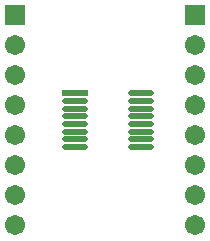
<source format=gts>
G04 Layer_Color=8388736*
%FSLAX25Y25*%
%MOIN*%
G70*
G01*
G75*
%ADD19O,0.08674X0.01981*%
%ADD20R,0.08674X0.01981*%
%ADD21C,0.06706*%
%ADD22R,0.06706X0.06706*%
D19*
X52047Y36043D02*
D03*
Y38602D02*
D03*
Y41161D02*
D03*
Y43720D02*
D03*
Y46280D02*
D03*
Y48839D02*
D03*
Y51398D02*
D03*
Y53957D02*
D03*
X30000Y36043D02*
D03*
Y38602D02*
D03*
Y41161D02*
D03*
Y43720D02*
D03*
Y46280D02*
D03*
Y48839D02*
D03*
Y51398D02*
D03*
D20*
Y53957D02*
D03*
D21*
X10000Y10000D02*
D03*
Y20000D02*
D03*
Y30000D02*
D03*
Y40000D02*
D03*
Y50000D02*
D03*
Y60000D02*
D03*
Y70000D02*
D03*
X70000Y10000D02*
D03*
Y20000D02*
D03*
Y30000D02*
D03*
Y40000D02*
D03*
Y50000D02*
D03*
Y60000D02*
D03*
Y70000D02*
D03*
D22*
X10000Y80000D02*
D03*
X70000D02*
D03*
M02*

</source>
